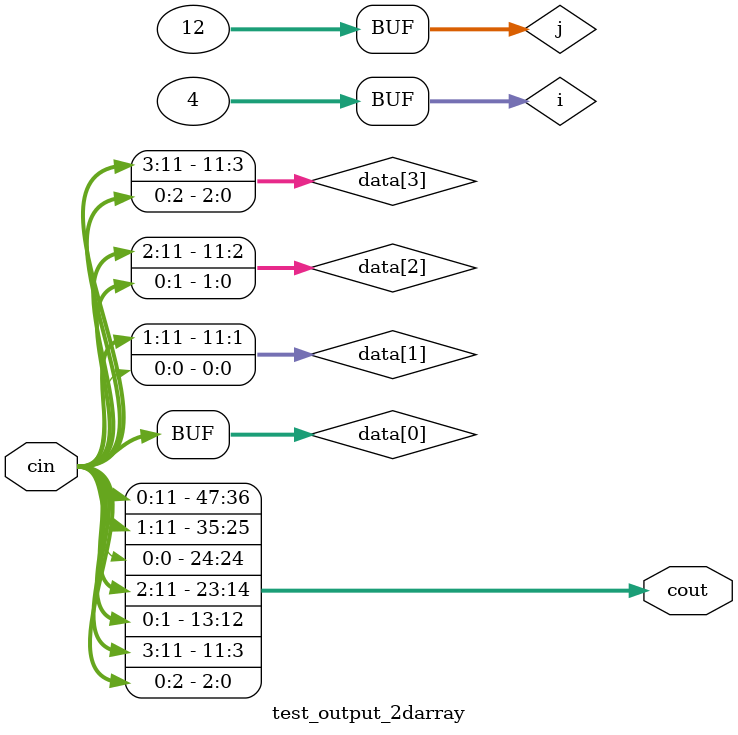
<source format=v>
module test_output_2darray(cin, cout);
    parameter ROWS = 4;			                // 列，預設  4 bits
    parameter COLS = 12;			            // 行，預設 12 bits

    input  [0:COLS-1]      cin;                 // 一維資料
	reg    [0:COLS-1]      data [0:ROWS-1];     // 二維資料暫存
    output [0:ROWS*COLS-1] cout;                // 二維資料輸出
    
	integer i, j;

	always @(*) begin
        for(i = 0; i < ROWS; i = i + 1) begin
            for(j = 0; j < COLS; j = j + 1) begin
                data[i][j] = cin[(COLS+i+j)%COLS];
            end
        end
    end

    assign cout = {data[0], data[1], data[2], data[3]};
endmodule

</source>
